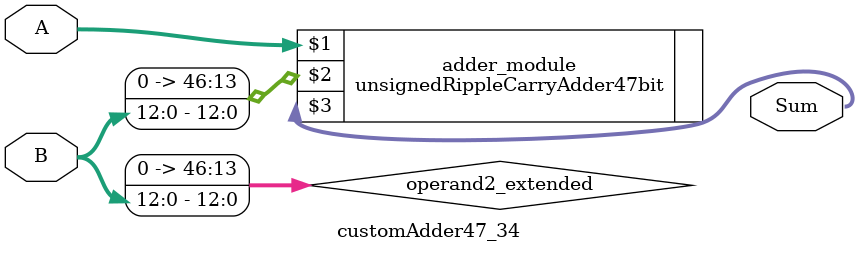
<source format=v>
module customAdder47_34(
                        input [46 : 0] A,
                        input [12 : 0] B,
                        
                        output [47 : 0] Sum
                );

        wire [46 : 0] operand2_extended;
        
        assign operand2_extended =  {34'b0, B};
        
        unsignedRippleCarryAdder47bit adder_module(
            A,
            operand2_extended,
            Sum
        );
        
        endmodule
        
</source>
